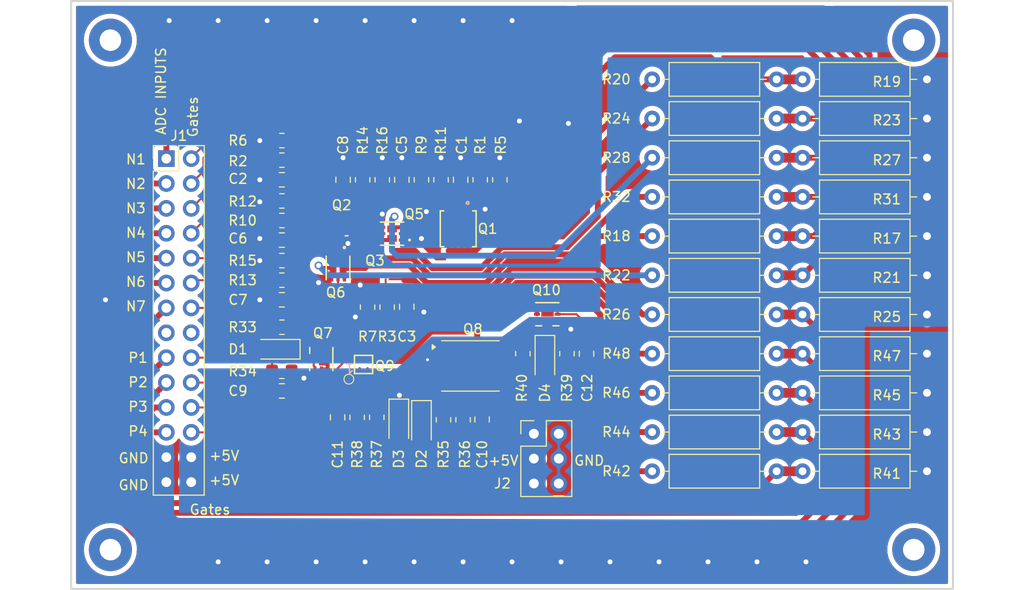
<source format=kicad_pcb>
(kicad_pcb (version 20240108) (generator "pcbnew") (generator_version "8.0")
  (layers (0 "F.Cu" signal) (31 "B.Cu" signal) (34 "B.Paste" user) (35 "F.Paste" user) (36 "B.SilkS" user "B.Silkscreen") (37 "F.SilkS" user "F.Silkscreen") (38 "B.Mask" user) (39 "F.Mask" user) (44 "Edge.Cuts" user))
  (net 0 "")
  (net 1 "GND")
  (net 2 "Net-(Q2-G)")
  (net 3 "Net-(Q3-G)")
  (net 5 "Net-(Q1-G)")
  (net 6 "Net-(Q5-G1)")
  (net 7 "Net-(Q5-G2)")
  (net 8 "Net-(Q6-G1)")
  (net 9 "Net-(Q6-G2)")
  (net 10 "P1_GATE")
  (net 11 "P1_LOAD")
  (net 12 "P3_GATE")
  (net 13 "P3_LOAD")
  (net 14 "P2_GATE")
  (net 15 "P2_LOAD")
  (net 16 "P4_GATE")
  (net 17 "P4_LOAD")
  (net 18 "+5V")
  (net 19 "Net-(J1-Pin_7)")
  (net 20 "N6_GATE")
  (net 21 "N1_GATE")
  (net 22 "N2_GATE")
  (net 23 "N4_GATE")
  (net 24 "Net-(J1-Pin_19)")
  (net 25 "Net-(J1-Pin_5)")
  (net 26 "Net-(J1-Pin_21)")
  (net 27 "Net-(J1-Pin_23)")
  (net 28 "Net-(J1-Pin_3)")
  (net 29 "N5_GATE")
  (net 30 "Net-(J1-Pin_13)")
  (net 32 "N7_GATE")
  (net 34 "N3_GATE")
  (net 35 "Net-(J1-Pin_9)")
  (net 36 "Net-(J1-Pin_1)")
  (net 37 "Net-(J1-Pin_11)")
  (net 38 "Net-(J1-Pin_17)")
  (net 39 "N5_LOAD")
  (net 40 "N1_LOAD")
  (net 41 "N6_LOAD")
  (net 42 "N2_LOAD")
  (net 43 "N7_LOAD")
  (net 44 "N3_LOAD")
  (net 45 "N4_LOAD")
  (net 46 "Net-(Q7-G)")
  (net 47 "Net-(Q8-G)")
  (net 48 "Net-(Q9-G)")
  (net 49 "Net-(Q10-G)")
  (footprint "Resistor_THT:R_Axial_DIN0309_L9.0mm_D3.2mm_P12.70mm_Horizontal" (layer "F.Cu") (at 137.25 100.75 180)
    (property "Reference" "R42")
    (property "Value" "10")
  )
  (footprint "Capacitor_SMD:C_0805_2012Metric_Pad1.18x1.45mm_HandSolder" (layer "F.Cu") (at 99.5 83.9625 -90)
    (property "Reference" "C3")
    (property "Value" "1000p")
  )
  (footprint "Connector_PinHeader_2.54mm:PinHeader_2x03_P2.54mm_Vertical" (layer "F.Cu") (at 112.475 96.92)
    (property "Reference" "J2")
    (property "Value" "Conn_02x03_Odd_Even")
  )
  (footprint "Capacitor_SMD:C_0805_2012Metric_Pad1.18x1.45mm_HandSolder" (layer "F.Cu") (at 99 71 90)
    (property "Reference" "C5")
    (property "Value" "1000p")
  )
  (footprint "1_User_Library:R_0805_2012Metric_HandSolder" (layer "F.Cu") (at 111.35 88.75 90)
    (property "Reference" "R40")
    (property "Value" "47" (hide yes))
  )
  (footprint "Capacitor_SMD:C_0805_2012Metric_Pad1.18x1.45mm_HandSolder" (layer "F.Cu") (at 86.75 77.1578 180)
    (property "Reference" "C6")
    (property "Value" "1000p")
  )
  (footprint "1_User_Library:R_0805_2012Metric_HandSolder" (layer "F.Cu") (at 86.75 81.25)
    (property "Reference" "R13")
    (property "Value" "47" (hide yes))
  )
  (footprint "Resistor_THT:R_Axial_DIN0309_L9.0mm_D3.2mm_P12.70mm_Horizontal" (layer "F.Cu") (at 139.9 92.75)
    (property "Reference" "R45")
    (property "Value" "10")
  )
  (footprint "1_User_Library:R_0805_2012Metric_HandSolder" (layer "F.Cu") (at 95 71 -90)
    (property "Reference" "R14")
    (property "Value" "47" (hide yes))
  )
  (footprint "Capacitor_SMD:C_0805_2012Metric_Pad1.18x1.45mm_HandSolder" (layer "F.Cu") (at 86.75 83.25 180)
    (property "Reference" "C7")
    (property "Value" "1000p")
  )
  (footprint "Capacitor_SMD:C_0805_2012Metric_Pad1.18x1.45mm_HandSolder" (layer "F.Cu") (at 92.44 95.25 -90)
    (property "Reference" "C11")
    (property "Value" "1000p")
  )
  (footprint "MountingHole:MountingHole_2.2mm_M2_Pad" (layer "F.Cu") (at 69.25 56.75)
    (property "Reference" "REF**" (hide yes))
    (property "Value" "MountingHole_2.2mm_M2_Pad")
  )
  (footprint "1_User_Library:R_0805_2012Metric_HandSolder" (layer "F.Cu") (at 86.75 69)
    (property "Reference" "R2")
    (property "Value" "47" (hide yes))
  )
  (footprint "Resistor_THT:R_Axial_DIN0309_L9.0mm_D3.2mm_P12.70mm_Horizontal" (layer "F.Cu") (at 152.6 72.75 180)
    (property "Reference" "R31")
    (property "Value" "10")
  )
  (footprint "1_User_Library:R_0805_2012Metric_HandSolder" (layer "F.Cu") (at 105.25 95.5 90)
    (property "Reference" "R36")
    (property "Value" "47" (hide yes))
  )
  (footprint "1_User_Library:R_0805_2012Metric_HandSolder" (layer "F.Cu") (at 86.75 75.1578)
    (property "Reference" "R10")
    (property "Value" "47" (hide yes))
  )
  (footprint "1_User_Library:R_0805_2012Metric_HandSolder" (layer "F.Cu") (at 96.44 95.25 -90)
    (property "Reference" "R37")
    (property "Value" "10K" (hide yes))
  )
  (footprint "Resistor_THT:R_Axial_DIN0309_L9.0mm_D3.2mm_P12.70mm_Horizontal" (layer "F.Cu") (at 137.25 88.75 180)
    (property "Reference" "R48")
    (property "Value" "10")
  )
  (footprint "Resistor_THT:R_Axial_DIN0309_L9.0mm_D3.2mm_P12.70mm_Horizontal" (layer "F.Cu") (at 139.9 100.75)
    (property "Reference" "R41")
    (property "Value" "10")
  )
  (footprint "1_User_Library:R_0805_2012Metric_HandSolder" (layer "F.Cu") (at 103.25 95.5 -90)
    (property "Reference" "R35")
    (property "Value" "10K" (hide yes))
  )
  (footprint "1_User_Library:PQFN6_IRLHS6376TRPBF_INF" (layer "F.Cu") (at 98 76.5 180)
    (property "Reference" "Q5")
    (property "Value" "IRLHS6376TRPBF")
  )
  (footprint "Resistor_THT:R_Axial_DIN0309_L9.0mm_D3.2mm_P12.70mm_Horizontal" (layer "F.Cu") (at 137.25 68.75 180)
    (property "Reference" "R28")
    (property "Value" "10")
  )
  (footprint "Capacitor_SMD:C_0805_2012Metric_Pad1.18x1.45mm_HandSolder" (layer "F.Cu") (at 93 71 90)
    (property "Reference" "C8")
    (property "Value" "1000p")
  )
  (footprint "Diode_SMD:D_SOD-123" (layer "F.Cu") (at 101 95.9 -90)
    (property "Reference" "D2")
    (property "Value" "MMSZ5238BT1G")
  )
  (footprint "Resistor_THT:R_Axial_DIN0309_L9.0mm_D3.2mm_P12.70mm_Horizontal" (layer "F.Cu") (at 152.6 80.75 180)
    (property "Reference" "R21")
    (property "Value" "10")
  )
  (footprint "1_User_Library:DQK6_TEX" (layer "F.Cu") (at 92.8516 75.5896)
    (property "Reference" "Q2")
    (property "Value" "CSD17318Q2T")
  )
  (footprint "Capacitor_SMD:C_0805_2012Metric_Pad1.18x1.45mm_HandSolder" (layer "F.Cu") (at 86.75 71 180)
    (property "Reference" "C2")
    (property "Value" "1000p")
  )
  (footprint "MountingHole:MountingHole_2.2mm_M2_Pad" (layer "F.Cu") (at 151.25 108.75)
    (property "Reference" "REF**" (hide yes))
    (property "Value" "MountingHole_2.2mm_M2_Pad")
  )
  (footprint "MountingHole:MountingHole_2.2mm_M2_Pad" (layer "F.Cu") (at 69.25 108.75)
    (property "Reference" "REF**" (hide yes))
    (property "Value" "MountingHole_2.2mm_M2_Pad")
  )
  (footprint "1_User_Library:PQFN6_2X2_INF" (layer "F.Cu") (at 113.846 84.723014)
    (property "Reference" "Q10")
    (property "Value" "SQA413CEJW-T1_GE3")
  )
  (footprint "1_User_Library:R_0805_2012Metric_HandSolder" (layer "F.Cu") (at 86.75 73.1578 180)
    (property "Reference" "R12")
    (property "Value" "10K" (hide yes))
  )
  (footprint "Resistor_THT:R_Axial_DIN0309_L9.0mm_D3.2mm_P12.70mm_Horizontal" (layer "F.Cu") (at 137.25 76.75 180)
    (property "Reference" "R18")
    (property "Value" "10")
  )
  (footprint "1_User_Library:MICROFOOT4_0P8X0P8-0P4_VIS" (layer "F.Cu") (at 97.55 80.95 90)
    (property "Reference" "Q3")
    (property "Value" "SI8812DB-T2-E1")
  )
  (footprint "1_User_Library:MICROFOOT4_1p6X1p6-0p8_VIS" (layer "F.Cu") (at 95.09 89.85 90)
    (property "Reference" "Q9")
    (property "Value" "SI8409DB-T1-E1")
  )
  (footprint "Resistor_THT:R_Axial_DIN0309_L9.0mm_D3.2mm_P12.70mm_Horizontal" (layer "F.Cu") (at 139.9 88.75)
    (property "Reference" "R47")
    (property "Value" "10")
  )
  (footprint "1_User_Library:R_0805_2012Metric_HandSolder" (layer "F.Cu") (at 97 71 90)
    (property "Reference" "R16")
    (property "Value" "10K" (hide yes))
  )
  (footprint "Resistor_THT:R_Axial_DIN0309_L9.0mm_D3.2mm_P12.70mm_Horizontal" (layer "F.Cu") (at 152.6 76.75 180)
    (property "Reference" "R17")
    (property "Value" "10")
  )
  (footprint "Resistor_THT:R_Axial_DIN0309_L9.0mm_D3.2mm_P12.70mm_Horizontal" (layer "F.Cu") (at 137.25 92.75 180)
    (property "Reference" "R46")
    (property "Value" "10")
  )
  (footprint "1_User_Library:R_0805_2012Metric_HandSolder" (layer "F.Cu") (at 86.75 90.55 180)
    (property "Reference" "R34")
    (property "Value" "10K" (hide yes))
  )
  (footprint "1_User_Library:R_0805_2012Metric_HandSolder" (layer "F.Cu") (at 101 71 -90)
    (property "Reference" "R9")
    (property "Value" "47" (hide yes))
  )
  (footprint "Resistor_THT:R_Axial_DIN0309_L9.0mm_D3.2mm_P12.70mm_Horizontal" (layer "F.Cu") (at 137.25 72.75 180)
    (property "Reference" "R32")
    (property "Value" "10")
  )
  (footprint "Resistor_THT:R_Axial_DIN0309_L9.0mm_D3.2mm_P12.70mm_Horizontal" (layer "F.Cu") (at 137.25 80.75 180)
    (property "Reference" "R22")
    (property "Value" "10")
  )
  (footprint "Resistor_THT:R_Axial_DIN0309_L9.0mm_D3.2mm_P12.70mm_Horizontal" (layer "F.Cu") (at 152.6 64.75 180)
    (property "Reference" "R23")
    (property "Value" "10")
  )
  (footprint "1_User_Library:R_0805_2012Metric_HandSolder" (layer "F.Cu") (at 86.75 86.05)
    (property "Reference" "R33")
    (property "Value" "47" (hide yes))
  )
  (footprint "1_User_Library:R_0805_2012Metric_HandSolder" (layer "F.Cu") (at 95.5 84 -90)
    (property "Reference" "R7")
    (property "Value" "10K" (hide yes))
  )
  (footprint "Capacitor_SMD:C_0805_2012Metric_Pad1.18x1.45mm_HandSolder" (layer "F.Cu") (at 107.19 95.47 -90)
    (property "Reference" "C10")
    (property "Value" "1000p")
  )
  (footprint "Diode_SMD:D_SOD-123" (layer "F.Cu") (at 113.6 89.25 -90)
    (property "Reference" "D4")
    (property "Value" "MMSZ5238BT1G")
  )
  (footprint "Resistor_THT:R_Axial_DIN0309_L9.0mm_D3.2mm_P12.70mm_Horizontal" (layer "F.Cu") (at 139.9 96.75)
    (property "Reference" "R43")
    (property "Value" "10")
  )
  (footprint "Diode_SMD:D_SOD-123" (layer "F.Cu") (at 98.69 95.75 -90)
    (property "Reference" "D3")
    (property "Value" "MMSZ5238BT1G")
  )
  (footprint "1_User_Library:R_0805_2012Metric_HandSolder" (layer "F.Cu") (at 103 71 90)
    (property "Reference" "R11")
    (property "Value" "10K" (hide yes))
  )
  (footprint "Resistor_THT:R_Axial_DIN0309_L9.0mm_D3.2mm_P12.70mm_Horizontal" (layer "F.Cu") (at 137.25 96.75 180)
    (property "Reference" "R44")
    (property "Value" "10")
  )
  (footprint "1_User_Library:PQFN6_2X2_INF" (layer "F.Cu") (at 90.776986 89.296 -90)
    (property "Reference" "Q7")
    (property "Value" "IRLHS2242TRPBF")
  )
  (footprint "Capacitor_SMD:C_0805_2012Metric_Pad1.18x1.45mm_HandSolder" (layer "F.Cu") (at 86.75 92.55 180)
    (property "Reference" "C9")
    (property "Value" "1000p")
  )
  (footprint "Capacitor_SMD:C_0805_2012Metric_Pad1.18x1.45mm_HandSolder" (layer "F.Cu") (at 117.85 88.75 -90)
    (property "Reference" "C12")
    (property "Value" "1000p")
  )
  (footprint "1_User_Library:R_0805_2012Metric_HandSolder" (layer "F.Cu") (at 94.44 95.25 90)
    (property "Reference" "R38")
    (property "Value" "47" (hide yes))
  )
  (footprint "Resistor_THT:R_Axial_DIN0309_L9.0mm_D3.2mm_P12.70mm_Horizontal" (layer "F.Cu") (at 152.6 68.75 180)
    (property "Reference" "R27")
    (property "Value" "10")
  )
  (footprint "Diode_SMD:D_SOD-123" (layer "F.Cu") (at 86.25 88.3 180)
    (property "Reference" "D1")
    (property "Value" "MMSZ5238BT1G")
  )
  (footprint "1_User_Library:R_0805_2012Metric_HandSolder" (layer "F.Cu") (at 86.75 79.25 180)
    (property "Reference" "R15")
    (property "Value" "10K" (hide yes))
  )
  (footprint "Resistor_THT:R_Axial_DIN0309_L9.0mm_D3.2mm_P12.70mm_Horizontal" (layer "F.Cu") (at 137.25 60.75 180)
    (property "Reference" "R20")
    (property "Value" "10")
  )
  (footprint "1_User_Library:R_0805_2012Metric_HandSolder" (layer "F.Cu") (at 107 71 -90)
    (property "Reference" "R1")
    (property "Value" "47" (hide yes))
  )
  (footprint "1_User_Library:R_0805_2012Metric_HandSolder" (layer "F.Cu") (at 115.85 88.75 -90)
    (property "Reference" "R39")
    (property "Value" "10K" (hide yes))
  )
  (footprint "1_User_Library:R_0805_2012Metric_HandSolder" (layer "F.Cu") (at 109 71 90)
    (property "Reference" "R5")
    (property "Value" "10K" (hide yes))
  )
  (footprint "Resistor_THT:R_Axial_DIN0309_L9.0mm_D3.2mm_P12.70mm_Horizontal" (layer "F.Cu") (at 137.25 64.75 180)
    (property "Reference" "R24")
    (property "Value" "10")
  )
  (footprint "Connector_PinHeader_2.54mm:PinHeader_2x14_P2.54mm_Vertical" (layer "F.Cu") (at 74.96 68.84)
    (property "Reference" "J1")
    (property "Value" "Conn_02x14_Odd_Even")
  )
  (footprint "Resistor_THT:R_Axial_DIN0309_L9.0mm_D3.2mm_P12.70mm_Horizontal" (layer "F.Cu") (at 137.25 84.75 180)
    (property "Reference" "R26")
    (property "Value" "10")
  )
  (footprint "Resistor_THT:R_Axial_DIN0309_L9.0mm_D3.2mm_P12.70mm_Horizontal" (layer "F.Cu") (at 152.6 84.75 180)
    (property "Reference" "R25")
    (property "Value" "10")
  )
  (footprint "1_User_Library:R_0805_2012Metric_HandSolder" (layer "F.Cu") (at 97.5 84 90)
    (property "Reference" "R3")
    (property "Value" "47" (hide yes))
  )
  (footprint "Capacitor_SMD:C_0805_2012Metric_Pad1.18x1.45mm_HandSolder" (layer "F.Cu") (at 105 71 90)
    (property "Reference" "C1")
    (property "Value" "1000p")
  )
  (footprint "Resistor_THT:R_Axial_DIN0309_L9.0mm_D3.2mm_P12.70mm_Horizontal" (layer "F.Cu") (at 152.6 60.75 180)
    (property "Reference" "R19")
    (property "Value" "10")
  )
  (footprint "1_User_Library:SON_EDJ-T1-GE3_VIS" (layer "F.Cu") (at 92.484 80 -90)
    (property "Reference" "Q6")
    (property "Value" "SIA918EDJ-T1-GE3")
  )
  (footprint "1_User_Library:PG-TSDSON-8-32_INF" (layer "F.Cu") (at 104.75 76 -90)
    (property "Reference" "Q1")
    (property "Value" "IPZ40N04S5L7R4ATMA1")
  )
  (footprint "Package_SO:PowerPAK_SO-8_Single" (layer "F.Cu") (at 106 90)
    (property "Reference" "Q8")
    (property "Value" "SI7489DP-T1-GE3")
  )
  (footprint "MountingHole:MountingHole_2.2mm_M2_Pad" (layer "F.Cu") (at 151.25 56.75)
    (property "Reference" "REF**" (hide yes))
    (property "Value" "MountingHole_2.2mm_M2_Pad")
  )
  (footprint "1_User_Library:R_0805_2012Metric_HandSolder" (layer "F.Cu") (at 86.75 67 180)
    (property "Reference" "R6")
    (property "Value" "10K" (hide yes))
  )
  (gr_rect (start 65.25 52.75) (end 155.25 112.75) (stroke (width 0.2)) (fill none) (layer "Edge.Cuts"))
  (gr_text "N2" (at 70.75 72 0) (layer "F.SilkS") (effects (font (size 1 1)) (justify left bottom)))
  (gr_text "N6" (at 70.75 82 0) (layer "F.SilkS") (effects (font (size 1 1)) (justify left bottom)))
  (gr_text "GND" (at 70 102.75 0) (layer "F.SilkS") (effects (font (size 1 1)) (justify left bottom)))
  (gr_text "+5V" (at 79.25 102.25 0) (layer "F.SilkS") (effects (font (size 1 1)) (justify left bottom)))
  (gr_text "P1" (at 71 89.75 0) (layer "F.SilkS") (effects (font (size 1 1)) (justify left bottom)))
  (gr_text "N3" (at 70.75 74.5 0) (layer "F.SilkS") (effects (font (size 1 1)) (justify left bottom)))
  (gr_text "N7" (at 70.75 84.5 0) (layer "F.SilkS") (effects (font (size 1 1)) (justify left bottom)))
  (gr_text "+5V" (at 107.75 100.25 0) (layer "F.SilkS") (effects (font (size 1 1)) (justify left bottom)))
  (gr_text "P4" (at 71 97.25 0) (layer "F.SilkS") (effects (font (size 1 1)) (justify left bottom)))
  (gr_text "GND" (at 70 100 0) (layer "F.SilkS") (effects (font (size 1 1)) (justify left bottom)))
  (gr_text "P2" (at 71 92.25 0) (layer "F.SilkS") (effects (font (size 1 1)) (justify left bottom)))
  (gr_text "GND" (at 116.5 100.25 0) (layer "F.SilkS") (effects (font (size 1 1)) (justify left bottom)))
  (gr_text "Gates" (at 78.25 66.75 90) (layer "F.SilkS") (effects (font (size 1 1)) (justify left bottom)))
  (gr_text "N4" (at 70.75 77 0) (layer "F.SilkS") (effects (font (size 1 1)) (justify left bottom)))
  (gr_text "Gates" (at 77.25 105.25 0) (layer "F.SilkS") (effects (font (size 1 1)) (justify left bottom)))
  (gr_text "N1" (at 70.75 69.5 0) (layer "F.SilkS") (effects (font (size 1 1)) (justify left bottom)))
  (gr_text "ADC INPUTS" (at 75 66.5 90) (layer "F.SilkS") (effects (font (size 1 1)) (justify left bottom)))
  (gr_text "P3" (at 71 94.75 0) (layer "F.SilkS") (effects (font (size 1 1)) (justify left bottom)))
  (gr_text "N5" (at 70.75 79.5 0) (layer "F.SilkS") (effects (font (size 1 1)) (justify left bottom)))
  (gr_text "+5V" (at 79.25 99.75 0) (layer "F.SilkS") (effects (font (size 1 1)) (justify left bottom)))
  (segment (start 103 70) (end 103 68.75) (width 0.6) (layer "F.Cu") (net 1))
  (segment (start 85.75 73.1578) (end 84.5922 73.1578) (width 0.6) (layer "F.Cu") (net 1))
  (segment (start 109 70) (end 109 68.75) (width 0.6) (layer "F.Cu") (net 1))
  (segment (start 105 69.9625) (end 105 68.75) (width 0.6) (layer "F.Cu") (net 1))
  (segment (start 107.5 74) (end 107.225002 74.274998) (width 0.2) (layer "F.Cu") (net 1))
  (segment (start 85.75 79.25) (end 84.5 79.25) (width 0.6) (layer "F.Cu") (net 1))
  (segment (start 100.850001 77.149999) (end 101 77) (width 0.2) (layer "F.Cu") (net 1))
  (segment (start 85.7125 77.1578) (end 84.6578 77.1578) (width 0.6) (layer "F.Cu") (net 1))
  (segment (start 99.5 85) (end 100.75 85) (width 0.6) (layer "F.Cu") (net 1))
  (segment (start 93 69.9625) (end 93 68.75) (width 0.6) (layer "F.Cu") (net 1))
  (segment (start 97 70) (end 97 68.75) (width 0.6) (layer "F.Cu") (net 1))
  (segment (start 107.225002 74.274998) (end 104.424999 74.274998) (width 0.2) (layer "F.Cu") (net 1))
  (segment (start 95.5 85) (end 94.25 85) (width 0.6) (layer "F.Cu") (net 1))
  (segment (start 85.7125 83.25) (end 84.5 83.25) (width 0.6) (layer "F.Cu") (net 1))
  (segment (start 99 69.9625) (end 99 68.75) (width 0.6) (layer "F.Cu") (net 1))
  (segment (start 84.6578 77.1578) (end 84.5 77) (width 0.6) (layer "F.Cu") (net 1))
  (segment (start 100.75 85) (end 101.25 84.5) (width 0.6) (layer "F.Cu") (net 1))
  (segment (start 85.75 67) (end 84.5 67) (width 0.6) (layer "F.Cu") (net 1))
  (segment (start 99.0287 77.149999) (end 100.850001 77.149999) (width 0.2) (layer "F.Cu") (net 1))
  (segment (start 85.7125 71) (end 84.5 71) (width 0.6) (layer "F.Cu") (net 1))
  (segment (start 97.75 80.75) (end 97.35 80.75) (width 0.2) (layer "F.Cu") (net 1))
  (segment (start 84.5 73.25) (end 84.5922 73.1578) (width 0.6) (layer "F.Cu") (net 1))
  (segment (start 95.75 80.75) (end 94.75 81.75) (width 0.2) (layer "F.Cu") (net 1))
  (segment (start 97.35 80.75) (end 95.75 80.75) (width 0.2) (layer "F.Cu") (net 1))
  (via (at 115.25 110) (size 0.8) (drill 0.5) (layers "F.Cu" "B.Cu") (net 1))
  (via (at 68.75 83.25) (size 0.8) (drill 0.5) (layers "F.Cu" "B.Cu") (net 1))
  (via (at 84.5 77) (size 0.8) (drill 0.5) (layers "F.Cu" "B.Cu") (net 1))
  (via (at 116 65.25) (size 0.8) (drill 0.5) (layers "F.Cu" "B.Cu") (net 1))
  (via (at 103 68.75) (size 0.8) (drill 0.5) (layers "F.Cu" "B.Cu") (net 1))
  (via (at 109 68.75) (size 0.8) (drill 0.5) (layers "F.Cu" "B.Cu") (net 1))
  (via (at 93.5 77.5) (size 0.8) (drill 0.5) (layers "F.Cu" "B.Cu") (net 1))
  (via (at 101.5 74.25) (size 0.8) (drill 0.5) (layers "F.Cu" "B.Cu") (net 1))
  (via (at 84.5 67) (size 0.8) (drill 0.5) (layers "F.Cu" "B.Cu") (net 1))
  (via (at 90.5 81.5) (size 0.8) (drill 0.5) (layers "F.Cu" "B.Cu") (net 1))
  (via (at 80.25 54.75) (size 0.8) (drill 0.5) (layers "F.Cu" "B.Cu") (net 1))
  (via (at 105 68.75) (size 0.8) (drill 0.5) (layers "F.Cu" "B.Cu") (net 1))
  (via (at 90.25 54.75) (size 0.8) (drill 0.5) (layers "F.Cu" "B.Cu") (net 1))
  (via (at 75.25 54.75) (size 0.8) (drill 0.5) (layers "F.Cu" "B.Cu") (net 1))
  (via (at 107.5 74) (size 0.8) (drill 0.5) (layers "F.Cu" "B.Cu") (net 1))
  (via (at 84.5 73.25) (size 0.8) (drill 0.5) (layers "F.Cu" "B.Cu") (net 1))
  (via (at 84.5 79.25) (size 0.8) (drill 0.5) (layers "F.Cu" "B.Cu") (net 1))
  (via (at 97 74.5) (size 0.8) (drill 0.5) (layers "F.Cu" "B.Cu") (net 1))
  (via (at 84.5 71) (size 0.8) (drill 0.5) (layers "F.Cu" "B.Cu") (net 1))
  (via (at 99 68.75) (size 0.8) (drill 0.5) (layers "F.Cu" "B.Cu") (net 1))
  (via (at 85.25 54.75) (size 0.8) (drill 0.5) (layers "F.Cu" "B.Cu") (net 1))
  (via (at 105.25 110) (size 0.8) (drill 0.5) (layers "F.Cu" "B.Cu") (net 1))
  (via (at 111 65) (size 0.8) (drill 0.5) (layers "F.Cu" "B.Cu") (net 1))
  (via (at 125.25 110) (size 0.8) (drill 0.5) (layers "F.Cu" "B.Cu") (net 1))
  (via (at 84.5 83.25) (size 0.8) (drill 0.5) (layers "F.Cu" "B.Cu") (net 1))
  (via (at 130.25 110) (size 0.8) (drill 0.5) (layers "F.Cu" "B.Cu") (net 1))
  (via (at 100.25 110) (size 0.8) (drill 0.5) (layers "F.Cu" "B.Cu") (net 1))
  (via (at 90.25 110) (size 0.8) (drill 0.5) (layers "F.Cu" "B.Cu") (net 1))
  (via (at 80.25 110) (size 0.8) (drill 0.5) (layers "F.Cu" "B.Cu") (net 1))
  (via (at 94.75 81.75) (size 0.8) (drill 0.5) (layers "F.Cu" "B.Cu") (net 1))
  (via (at 97 68.75) (size 0.8) (drill 0.5) (layers "F.Cu" "B.Cu") (net 1))
  (via (at 101.25 84.5) (size 0.8) (drill 0.5) (layers "F.Cu" "B.Cu") (net 1))
  (via (at 93 68.75) (size 0.8) (drill 0.5) (layers "F.Cu" "B.Cu") (net 1))
  (via (at 110.25 54.75) (size 0.8) (drill 0.5) (layers "F.Cu" "B.Cu") (net 1))
  (via (at 135.25 110) (size 0.8) (drill 0.5) (layers "F.Cu" "B.Cu") (net 1))
  (via (at 94.25 85) (size 0.8) (drill 0.5) (layers "F.Cu" "B.Cu") (net 1))
  (via (at 95.25 54.75) (size 0.8) (drill 0.5) (layers "F.Cu" "B.Cu") (net 1))
  (via (at 105.25 54.75) (size 0.8) (drill 0.5) (layers "F.Cu" "B.Cu") (net 1))
  (via (at 85.25 110) (size 0.8) (drill 0.5) (layers "F.Cu" "B.Cu") (net 1))
  (via (at 100.25 54.75) (size 0.8) (drill 0.5) (layers "F.Cu" "B.Cu") (net 1))
  (via (at 140.25 110) (size 0.8) (drill 0.5) (layers "F.Cu" "B.Cu") (net 1))
  (via (at 95.25 110) (size 0.8) (drill 0.5) (layers "F.Cu" "B.Cu") (net 1))
  (via (at 120.25 110) (size 0.8) (drill 0.5) (layers "F.Cu" "B.Cu") (net 1))
  (via (at 110.25 110) (size 0.8) (drill 0.5) (layers "F.Cu" "B.Cu") (net 1))
  (via (at 101 77) (size 0.8) (drill 0.5) (layers "F.Cu" "B.Cu") (net 1))
  (segment (start 90 71) (end 87.7875 71) (width 0.2) (layer "F.Cu") (net 2))
  (segment (start 87.7875 67.0375) (end 87.75 67) (width 0.2) (layer "F.Cu") (net 2))
  (segment (start 87.7875 71) (end 87.7875 67.0375) (width 0.2) (layer "F.Cu") (net 2))
  (segment (start 90.75 71.75) (end 90 71) (width 0.2) (layer "F.Cu") (net 2))
  (segment (start 90.989599 76.239599) (end 90.75 76) (width 0.2) (layer "F.Cu") (net 2))
  (segment (start 91.8483 76.239599) (end 90.989599 76.239599) (width 0.2) (layer "F.Cu") (net 2))
  (segment (start 90.75 76) (end 90.75 71.75) (width 0.2) (layer "F.Cu") (net 2))
  (segment (start 95.5 83) (end 99.425 83) (width 0.2) (layer "F.Cu") (net 3))
  (segment (start 99.425 83) (end 99.5 82.925) (width 0.2) (layer "F.Cu") (net 3))
  (segment (start 97.35 81.15) (end 97.35 82.85) (width 0.2) (layer "F.Cu") (net 3))
  (segment (start 97.35 82.85) (end 97.5 83) (width 0.2) (layer "F.Cu") (net 3))
  (segment (start 105 72.0375) (end 105 73) (width 0.2) (layer "F.Cu") (net 5))
  (segment (start 103.775002 73.474998) (end 104 73.25) (width 0.2) (layer "F.Cu") (net 5))
  (segment (start 107 72) (end 109 72) (width 0.2) (layer "F.Cu") (net 5))
  (segment (start 103.775001 73.474998) (end 103.775001 74.474998) (width 0.2) (layer "F.Cu") (net 5))
  (segment (start 105 72.0375) (end 106.9625 72.0375) (width 0.2) (layer "F.Cu") (net 5))
  (segment (start 103.775001 73.474998) (end 103.775002 73.474998) (width 0.2) (layer "F.Cu") (net 5))
  (segment (start 104 73.25) (end 104.75 73.25) (width 0.2) (layer "F.Cu") (net 5))
  (segment (start 104.75 73.25) (end 105 73) (width 0.2) (layer "F.Cu") (net 5))
  (segment (start 106.9625 72.0375) (end 107 72) (width 0.2) (layer "F.Cu") (net 5))
  (segment (start 99.75 76.5) (end 100 76.25) (width 0.2) (layer "F.Cu") (net 6))
  (segment (start 100 76.25) (end 100 74.5) (width 0.2) (layer "F.Cu") (net 6))
  (segment (start 102.9625 72.0375) (end 103 72) (width 0.2) (layer "F.Cu") (net 6))
  (segment (start 100 74.5) (end 99 73.5) (width 0.2) (layer "F.Cu") (net 6))
  (segment (start 99 72.0375) (end 102.9625 72.0375) (width 0.2) (layer "F.Cu") (net 6))
  (segment (start 99 73.5) (end 99 72.0375) (width 0.2) (layer "F.Cu") (net 6))
  (segment (start 99.0287 76.5) (end 99.75 76.5) (width 0.2) (layer "F.Cu") (net 6))
  (segment (start 97 73.5) (end 97 72) (width 0.2) (layer "F.Cu") (net 7))
  (segment (start 96 76.25) (end 96 74.5) (width 0.2) (layer "F.Cu") (net 7))
  (segment (start 96.9713 76.5) (end 96.25 76.5) (width 0.2) (layer "F.Cu") (net 7))
  (segment (start 96.25 76.5) (end 96 76.25) (width 0.2) (layer "F.Cu") (net 7))
  (segment (start 93.0375 72) (end 93 72.0375) (width 0.2) (layer "F.Cu") (net 7))
  (segment (start 97 72) (end 93.0375 72) (width 0.2) (layer "F.Cu") (net 7))
  (segment (start 96 74.5) (end 97 73.5) (width 0.2) (layer "F.Cu") (net 7))
  (segment (start 87.7875 77.1578) (end 87.7875 73.1953) (width 0.2) (layer "F.Cu") (net 8))
  (segment (start 92 77.75) (end 92.484 78.234) (width 0.2) (layer "F.Cu") (net 8))
  (segment (start 90.75 77.75) (end 92 77.75) (width 0.2) (layer "F.Cu") (net 8))
  (segment (start 87.7875 73.1953) (end 87.75 73.1578) (width 0.2) (layer "F.Cu") (net 8))
  (segment (start 92.484 78.234) (end 92.484 78.9078) (width 0.2) (layer "F.Cu") (net 8))
  (segment (start 87.7875 77.1578) (end 90.1578 77.1578) (width 0.2) (layer "F.Cu") (net 8))
  (segment (start 90.1578 77.1578) (end 90.75 77.75) (width 0.2) (layer "F.Cu") (net 8))
  (segment (start 87.7875 83.25) (end 87.7875 81.2875) (width 0.2) (layer "F.Cu") (net 9))
  (segment (start 92.5 82) (end 92.25 82.25) (width 0.2) (layer "F.Cu") (net 9))
  (segment (start 90 82.25) (end 89 81.25) (width 0.2) (layer "F.Cu") (net 9))
  (segment (start 89 81.25) (end 87.75 81.25) (width 0.2) (layer "F.Cu") (net 9))
  (segment (start 92.484 81.0922) (end 92.484 81.984) (width 0.2) (layer "F.Cu") (net 9))
  (segment (start 87.7875 81.2875) (end 87.75 81.25) (width 0.2) (layer "F.Cu") (net 9))
  (segment (start 92.484 81.984) (end 92.5 82) (width 0.2) (layer "F.Cu") (net 9))
  (segment (start 87.75 79.25) (end 87.75 81.25) (width 0.2) (layer "F.Cu") (net 9))
  (segment (start 92.25 82.25) (end 90 82.25) (width 0.2) (layer "F.Cu") (net 9))
  (segment (start 84.6 88.3) (end 80.2 88.3) (width 0.2) (layer "F.Cu") (net 10))
  (segment (start 79.25 89.25) (end 79.16 89.16) (width 0.2) (layer "F.Cu") (net 10))
  (segment (start 85.75 87.15) (end 84.6 88.3) (width 0.2) (layer "F.Cu") (net 10))
  (segment (start 85.75 86.05) (end 85.75 87.15) (width 0.2) (layer "F.Cu") (net 10))
  (segment (start 85.7125 92.55) (end 85.7125 90.5875) (width 0.2) (layer "F.Cu") (net 10))
  (segment (start 85.75 90.55) (end 85.75 89.23936) (width 0.2) (layer "F.Cu") (net 10))
  (segment (start 85.7125 90.5875) (end 85.75 90.55) (width 0.2) (layer "F.Cu") (net 10))
  (segment (start 84.81064 88.3) (end 84.6 88.3) (width 0.2) (layer "F.Cu") (net 10))
  (segment (start 79.16 89.16) (end 77.5 89.16) (width 0.2) (layer "F.Cu") (net 10))
  (segment (start 80.2 88.3) (end 79.25 89.25) (width 0.2) (layer "F.Cu") (net 10))
  (segment (start 85.75 89.23936) (end 84.81064 88.3) (width 0.2) (layer "F.Cu") (net 10))
  (segment (start 122.5 88.25) (end 122.5 84.693732) (width 0.6) (layer "F.Cu") (net 11))
  (segment (start 93.25 88.25) (end 93.2419 88.2419) (width 0.6) (layer "F.Cu") (net 11))
  (segment (start 87.7875 92.55) (end 90.344804 92.55) (width 0.2) (layer "F.Cu") (net 11))
  (segment (start 110.397732 80.796) (end 105.443732 85.75) (width 0.6) (layer "F.Cu") (net 11))
  (segment (start 105.443732 85.75) (end 101.5 85.75) (width 0.6) (layer "F.Cu") (net 11))
  (segment (start 91.426972 90.3501) (end 90.776986 90.3501) (width 0.4) (layer "F.Cu") (net 11))
  (segment (start 118.602268 80.796) (end 110.397732 80.796) (width 0.6) (layer "F.Cu") (net 11))
  (segment (start 90.776986 91.516346) (end 90.776986 90.3501) (width 0.2) (layer "F.Cu") (net 11))
  (segment (start 98.5 88.25) (end 93.25 88.25) (width 0.6) (layer "F.Cu") (net 11))
  (segment (start 91.426972 90.3501) (end 91.426972 89.666332) (width 0.4) (layer "F.Cu") (net 11))
  (segment (start 122.5 84.693732) (end 118.602268 80.796) (width 0.6) (layer "F.Cu") (net 11))
  (segment (start 91.426972 89.666332) (end 91.077722 89.317082) (width 0.4) (layer "F.Cu") (net 11))
  (segment (start 91.426972 88.2419) (end 91.426972 88.967832) (width 0.4) (layer "F.Cu") (net 11))
  (segment (start 90.776986 88.2419) (end 91.426972 88.2419) (width 0.4) (layer "F.Cu") (net 11))
  (segment (start 90.827722 92.067082) (end 90.827722 91.567082) (width 0.2) (layer "F.Cu") (net 11))
  (segment (start 91.426972 88.967832) (end 91.077722 89.317082) (width 0.4) (layer "F.Cu") (net 11))
  (segment (start 93.2419 88.2419) (end 91.426972 88.2419) (width 0.6) (layer "F.Cu") (net 11))
  (segment (start 90.827722 91.567082) (end 90.776986 91.516346) (width 0.2) (layer "F.Cu") (net 11))
  (segment (start 101 86.25) (end 100.5 86.25) (width 0.6) (layer "F.Cu") (net 11))
  (segment (start 90.344804 92.55) (end 90.827722 92.067082) (width 0.2) (layer "F.Cu") (net 11))
  (segment (start 124.55 88.75) (end 123 88.75) (width 0.6) (layer "F.Cu") (net 11))
  (segment (start 100.5 86.25) (end 98.5 88.25) (width 0.6) (layer "F.Cu") (net 11))
  (segment (start 101.5 85.75) (end 101 86.25) (width 0.6) (layer "F.Cu") (net 11))
  (segment (start 123 88.75) (end 122.5 88.25) (width 0.6) (layer "F.Cu") (net 11))
  (segment (start 101 97.55) (end 101 98.75) (width 0.2) (layer "F.Cu") (net 12))
  (segment (start 81.49 94.24) (end 77.5 94.24) (width 0.2) (layer "F.Cu") (net 12))
  (segment (start 101 98.75) (end 100.75 99) (width 0.2) (layer "F.Cu") (net 12))
  (segment (start 105.2575 96.5075) (end 105.25 96.5) (width 0.2) (layer "F.Cu") (net 12))
  (segment (start 94.25 98) (end 85.25 98) (width 0.2) (layer "F.Cu") (net 12))
  (segment (start 105.25 96.5) (end 103.25 96.5) (width 0.2) (layer "F.Cu") (net 12))
  (segment (start 95.25 99) (end 94.25 98) (width 0.2) (layer "F.Cu") (net 12))
  (segment (start 102.05 96.5) (end 101 97.55) (width 0.2) (layer "F.Cu") (net 12))
  (segment (start 103.25 96.5) (end 102.05 96.5) (width 0.2) (layer "F.Cu") (net 12))
  (segment (start 100.75 99) (end 95.25 99) (width 0.2) (layer "F.Cu") (net 12))
  (segment (start 85.25 98) (end 81.49 94.24) (width 0.2) (layer "F.Cu") (net 12))
  (segment (start 107.19 96.5075) (end 105.2575 96.5075) (width 0.2) (layer "F.Cu") (net 12))
  (segment (start 108.75 94) (end 108.795 93.955) (width 0.2) (layer "F.Cu") (net 13))
  (segment (start 107.19 94.4325) (end 108.5675 94.4325) (width 0.2) (layer "F.Cu") (net 13))
  (segment (start 108.795 93.955) (end 108.795 91.905) (width 0.2) (layer "F.Cu") (net 13))
  (segment (start 106.69 90) (end 106.69 86.56) (width 0.6) (layer "F.Cu") (net 13))
  (segment (start 120 84.25) (end 120 95.25) (width 0.6) (layer "F.Cu") (net 13))
  (segment (start 106.69 86.56) (end 111 82.25) (width 0.6) (layer "F.Cu") (net 13))
  (segment (start 121.5 96.75) (end 124.55 96.75) (width 0.6) (layer "F.Cu") (net 13))
  (segment (start 120 95.25) (end 121.5 96.75) (width 0.6) (layer "F.Cu") (net 13))
  (segment (start 108.75 94.25) (end 108.75 94) (width 0.2) (layer "F.Cu") (net 13))
  (segment (start 118 82.25) (end 120 84.25) (width 0.6) (layer "F.Cu") (net 13))
  (segment (start 108.5675 94.4325) (end 108.75 94.25) (width 0.2) (layer "F.Cu") (net 13))
  (segment (start 111 82.25) (end 118 82.25) (width 0.6) (layer "F.Cu") (net 13))
  (segment (start 98.69 97.4) (end 97.59 97.4) (width 0.2) (layer "F.Cu") (net 14))
  (segment (start 96.44 96.25) (end 94.44 96.25) (width 0.2) (layer "F.Cu") (net 14))
  (segment (start 94.44 96.25) (end 92.4775 96.25) (width 0.2) (layer "F.Cu") (net 14))
  (segment (start 85.5375 96.2875) (end 80.95 91.7) (width 0.2) (layer "F.Cu") (net 14))
  (segment (start 80.95 91.7) (end 77.5 91.7) (width 0.2) (layer "F.Cu") (net 14))
  (segment (start 92.44 96.2875) (end 85.5375 96.2875) (width 0.2) (layer "F.Cu") (net 14))
  (segment (start 92.4775 96.25) (end 92.44 96.2875) (width 0.2) (layer "F.Cu") (net 14))
  (segment (start 97.59 97.4) (end 96.44 96.25) (width 0.2) (layer "F.Cu") (net 14))
  (segment (start 120.75 83.971866) (end 118.301134 81.523) (width 0.6) (layer "F.Cu") (net 15))
  (segment (start 102 86.5) (end 99 89.5) (width 0.6) (layer "F.Cu") (net 15))
  (segment (start 120.75 91.25) (end 120.75 83.971866) (width 0.6) (layer "F.Cu") (net 15))
  (segment (start 93.49 89.45) (end 94.69 89.45) (width 0.2) (layer "F.Cu") (net 15))
  (segment (start 92.44 90.25) (end 93.19 89.5) (width 0.2) (layer "F.Cu") (net 15))
  (segment (start 99 89.5) (end 96.25 89.5) (width 0.6) (layer "F.Cu") (net 15))
  (segment (start 105.721866 86.5) (end 102 86.5) (width 0.6) (layer "F.Cu") (net 15))
  (segment (start 96.2 89.45) (end 95.49 89.45) (width 0.6) (layer "F.Cu") (net 15))
  (segment (start 124.55 92.75) (end 122.25 92.75) (width 0.6) (layer "F.Cu") (net 15))
  (segment (start 93.44 89.5) (end 93.49 89.45) (width 0.2) (layer "F.Cu") (net 15))
  (segment (start 118.301134 81.523) (end 110.698866 81.523) (width 0.6) (layer "F.Cu") (net 15))
  (segment (start 122.25 92.75) (end 120.75 91.25) (width 0.6) (layer "F.Cu") (net 15))
  (segment (start 93.19 89.5) (end 93.44 89.5) (width 0.2) (layer "F.Cu") (net 15))
  (segment (start 92.44 94.2125) (end 92.44 90.25) (width 0.2) (layer "F.Cu") (net 15))
  (segment (start 96.25 89.5) (end 96.2 89.45) (width 0.6) (layer "F.Cu") (net 15))
  (segment (start 110.698866 81.523) (end 105.721866 86.5) (width 0.6) (layer "F.Cu") (net 15))
  (segment (start 95.49 89.45) (end 94.69 89.45) (width 0.2) (layer "F.Cu") (net 15))
  (segment (start 117.85 89.7875) (end 115.8875 89.7875) (width 0.2) (layer "F.Cu") (net 16))
  (segment (start 94.5 100.5) (end 106 100.5) (width 0.2) (layer "F.Cu") (net 16))
  (segment (start 106 100.5) (end 113.6 92.9) (width 0.2) (layer "F.Cu") (net 16))
  (segment (start 77.5 96.78) (end 81.78 96.78) (width 0.2) (layer "F.Cu") (net 16))
  (segment (start 112.45 89.75) (end 113.6 90.9) (width 0.2) (layer "F.Cu") (net 16))
  (segment (start 115.8875 89.7875) (end 115.85 89.75) (width 0.2) (layer "F.Cu") (net 16))
  (segment (start 81.78 96.78) (end 84.5 99.5) (width 0.2) (layer "F.Cu") (net 16))
  (segment (start 93.5 99.5) (end 94.5 100.5) (width 0.2) (layer "F.Cu") (net 16))
  (segment (start 113.6 92.9) (end 113.6 90.9) (width 0.2) (layer "F.Cu") (net 16))
  (segment (start 84.5 99.5) (end 93.5 99.5) (width 0.2) (layer "F.Cu") (net 16))
  (segment (start 111.35 89.75) (end 112.45 89.75) (width 0.2) (layer "F.Cu") (net 16))
  (segment (start 115.85 89.75) (end 114.75 89.75) (width 0.2) (layer "F.Cu") (net 16))
  (segment (start 114.75 89.75) (end 113.6 90.9) (width 0.2) (layer "F.Cu") (net 16))
  (segment (start 116.823014 84.723014) (end 114.9001 84.723014) (width 0.2) (layer "F.Cu") (net 17))
  (segment (start 121.25 100.75) (end 119.25 98.75) (width 0.6) (layer "F.Cu") (net 17))
  (segment (start 112.7919 84.073028) (end 112.7919 83.4581) (width 0.4) (layer "F.Cu") (net 17))
  (segment (start 117.85 87.7125) (end 117.85 85.75) (width 0.2) (layer "F.Cu") (net 17))
  (segment (start 124.55 100.75) (end 121.25 100.75) (width 0.6) (layer "F.Cu") (net 17))
  (segment (start 119.25 84.75) (end 118.573028 84.073028) (width 0.6) (layer "F.Cu") (net 17))
  (segment (start 112.7919 83.4581) (end 113 83.25) (width 0.4) (layer "F.Cu") (net 17))
  (segment (start 114.75 83.25) (end 114.902082 83.402082) (width 0.4) (layer "F.Cu") (net 17))
  (segment (start 113 83.25) (end 114.75 83.25) (width 0.4) (layer "F.Cu") (net 17))
  (segment (start 114.902082 84.073028) (end 118.573028 84.073028) (width 0.4) (layer "F.Cu") (net 17))
  (segment (start 119.25 98.75) (end 119.25 84.75) (width 0.6) (layer "F.Cu") (net 17))
  (segment (start 112.7919 84.723014) (end 112.7919 84.073028) (width 0.4) (layer "F.Cu") (net 17))
  (segment (start 114.902082 83.402082) (end 114.902082 84.073028) (width 0.4) (layer "F.Cu") (net 17))
  (segment (start 117.85 85.75) (end 116.823014 84.723014) (width 0.2) (layer "F.Cu") (net 17))
  (segment (start 114.9001 84.723014) (end 114.9001 84.073028) (width 0.2) (layer "F.Cu") (net 17))
  (segment (start 90.127 90.3501) (end 90.127 90.11636) (width 0.2) (layer "F.Cu") (net 18))
  (segment (start 98.75 93) (end 98.69 93.06) (width 0.6) (layer "F.Cu") (net 18))
  (segment (start 116.25 86.25) (end 115.375414 85.375414) (width 0.6) (layer "F.Cu") (net 18))
  (segment (start 114.9001 85.373) (end 114.727 85.373) (width 0.2) (layer "F.Cu") (net 18))
  (segment (start 115.85 86.65) (end 116.25 86.25) (width 0.6) (layer "F.Cu") (net 18))
  (segment (start 96.59 94.1) (end 96.59 91.35) (width 0.2) (layer "F.Cu") (net 18))
  (segment (start 89.094804 89.3) (end 90 89.3) (width 0.2) (layer "F.Cu") (net 18))
  (segment (start 87.75 88.45) (end 87.9 88.3) (width 0.2) (layer "F.Cu") (net 18))
  (segment (start 98.69 94.1) (end 98.69 93.06) (width 0.6) (layer "F.Cu") (net 18))
  (segment (start 115.85 87.75) (end 113.75 87.75) (width 0.6) (layer "F.Cu") (net 18))
  (segment (start 103 94.25) (end 103.25 94.5) (width 0.6) (layer "F.Cu") (net 18))
  (segment (start 101 94.25) (end 103 94.25) (width 0.6) (layer "F.Cu") (net 18))
  (segment (start 115.85 87.75) (end 115.85 86.65) (width 0.6) (layer "F.Cu") (net 18))
  (segment (start 88.06064 88.3) (end 89.077722 89.317082) (width 0.2) (layer "F.Cu") (net 18))
  (segment (start 96.59 91.35) (end 95.49 90.25) (width 0.2) (layer "F.Cu") (net 18))
  (segment (start 96.59 94.1) (end 96.44 94.25) (width 0.6) (layer "F.Cu") (net 18))
  (segment (start 100.85 94.1) (end 101 94.25) (width 0.6) (layer "F.Cu") (net 18))
  (segment (start 113.6 86.5) (end 113.85 86.25) (width 0.2) (layer "F.Cu") (net 18))
  (segment (start 88.3 90.55) (end 89 91.25) (width 0.6) (layer "F.Cu") (net 18))
  (segment (start 101 91.25) (end 101.615 90.635) (width 0.2) (layer "F.Cu") (net 18))
  (segment (start 90 89.98936) (end 90 89.3) (width 0.2) (layer "F.Cu") (net 18))
  (segment (start 103 94.5) (end 102.75 94.25) (width 0.2) (layer "F.Cu") (net 18))
  (segment (start 101.635 89.365) (end 101.625 89.375) (width 0.6) (layer "F.Cu") (net 18))
  (segment (start 103.33 88.095) (end 103.33 90.635) (width 0.6) (layer "F.Cu") (net 18))
  (segment (start 113.75 87.75) (end 113.6 87.6) (width 0.6) (layer "F.Cu") (net 18))
  (segment (start 114.6 85.5) (end 113.85 85.5) (width 0.2) (layer "F.Cu") (net 18))
  (segment (start 87.75 90.55) (end 88.3 90.55) (width 0.6) (layer "F.Cu") (net 18))
  (segment (start 114.6 85.5) (end 114.727 85.373) (width 0.2) (layer "F.Cu") (net 18))
  (segment (start 103.33 89.365) (end 101.635 89.365) (width 0.6) (layer "F.Cu") (net 18))
  (segment (start 98.69 94.1) (end 100.85 94.1) (width 0.6) (layer "F.Cu") (net 18))
  (segment (start 90.127 90.11636) (end 90 89.98936) (width 0.2) (layer "F.Cu") (net 18))
  (segment (start 101.615 90.635) (end 103.33 90.635) (width 0.2) (layer "F.Cu") (net 18))
  (segment (start 98.69 94.1) (end 96.59 94.1) (width 0.6) (layer "F.Cu") (net 18))
  (segment (start 103.25 94.5) (end 103 94.5) (width 0.2) (layer "F.Cu") (net 18))
  (segment (start 113.85 86.25) (end 113.85 85.5) (width 0.2) (layer "F.Cu") (net 18))
  (segment (start 113.6 87.6) (end 113.6 86.5) (width 0.2) (layer "F.Cu") (net 18))
  (segment (start 101.625 89.375) (end 101.5 89.5) (width 0.6) (layer "F.Cu") (net 18))
  (segment (start 89.077722 89.317082) (end 89.094804 89.3) (width 0.2) (layer "F.Cu") (net 18))
  (segment (start 101 94.25) (end 101 91.25) (width 0.2) (layer "F.Cu") (net 18))
  (segment (start 115.375414 85.375414) (end 114.9001 85.375414) (width 0.6) (layer "F.Cu") (net 18))
  (segment (start 87.9 88.3) (end 88.06064 88.3) (width 0.2) (layer "F.Cu") (net 18))
  (via (at 116.25 86.25) (size 0.8) (drill 0.5) (layers "F.Cu" "B.Cu") (net 18))
  (via (at 101.625 89.375) (size 0.6) (drill 0.3) (layers "F.Cu" "B.Cu") (net 18))
  (via (at 89 91.25) (size 0.8) (drill 0.5) (layers "F.Cu" "B.Cu") (net 18))
  (via (at 98.75 93) (size 0.8) (drill 0.5) (layers "F.Cu" "B.Cu") (net 18))
  (segment (start 144.75 59) (end 144.75 71) (width 0.6) (layer "F.Cu") (net 19))
  (segment (start 141.25 55.5) (end 144.75 59) (width 0.6) (layer "F.Cu") (net 19))
  (segment (start 74.96 76.46) (end 71.79 76.46) (width 0.6) (layer "F.Cu") (net 19))
  (segment (start 71.79 76.46) (end 71.75 76.5) (width 0.6) (layer "F.Cu") (net 19))
  (segment (start 70.5 75.25) (end 70.5 64) (width 0.6) (layer "F.Cu") (net 19))
  (segment (start 137.25 72.75) (end 139.9 72.75) (width 1) (layer "F.Cu") (net 19))
  (segment (start 70.5 64) (end 75.5 59) (width 0.6) (layer "F.Cu") (net 19))
  (segment (start 75.5 59) (end 114.75 59) (width 0.6) (layer "F.Cu") (net 19))
  (segment (start 143 72.75) (end 139.9 72.75) (width 0.6) (layer "F.Cu") (net 19))
  (segment (start 118.25 55.5) (end 141.25 55.5) (width 0.6) (layer "F.Cu") (net 19))
  (segment (start 144.75 71) (end 143 72.75) (width 0.6) (layer "F.Cu") (net 19))
  (segment (start 71.75 76.5) (end 70.5 75.25) (width 0.6) (layer "F.Cu") (net 19))
  (segment (start 114.75 59) (end 118.25 55.5) (width 0.6) (layer "F.Cu") (net 19))
  (segment (start 77.79 81.25) (end 77.5 81.54) (width 0.2) (layer "F.Cu") (net 20))
  (segment (start 85.75 81.25) (end 77.79 81.25) (width 0.2) (layer "F.Cu") (net 20))
  (segment (start 82.25 64) (end 77.5 68.75) (width 0.2) (layer "F.Cu") (net 21))
  (segment (start 107 65.25) (end 105.75 64) (width 0.2) (layer "F.Cu") (net 21))
  (segment (start 77.5 68.75) (end 77.5 68.84) (width 0.2) (layer "F.Cu") (net 21))
  (segment (start 105.75 64) (end 82.25 64) (width 0.2) (layer "F.Cu") (net 21))
  (segment (start 107 70) (end 107 65.25) (width 0.2) (layer "F.Cu") (net 21))
  (segment (start 82.75 64.75) (end 78.75 68.75) (width 0.2) (layer "F.Cu") (net 22))
  (segment (start 101 70) (end 101 65.75) (width 0.2) (layer "F.Cu") (net 22))
  (segment (start 101 65.75) (end 100 64.75) (width 0.2) (layer "F.Cu") (net 22))
  (segment (start 100 64.75) (end 82.75 64.75) (width 0.2) (layer "F.Cu") (net 22))
  (segment (start 78.75 70.13) (end 77.5 71.38) (width 0.2) (layer "F.Cu") (net 22))
  (segment (start 78.75 68.75) (end 78.75 70.13) (width 0.2) (layer "F.Cu") (net 22))
  (segment (start 85.75 69) (end 81.5 69) (width 0.2) (layer "F.Cu") (net 23))
  (segment (start 80.75 69.75) (end 80.75 73.21) (width 0.2) (layer "F.Cu") (net 23))
  (segment (start 80.75 73.21) (end 77.5 76.46) (width 0.2) (layer "F.Cu") (net 23))
  (segment (start 81.5 69) (end 80.75 69.75) (width 0.2) (layer "F.Cu") (net 23))
  (segment (start 70.5 96.16) (end 70.5 103.25) (width 0.6) (layer "F.Cu") (net 24))
  (segment (start 139.75 106) (end 143 102.75) (width 0.6) (layer "F.Cu") (net 24))
  (segment (start 143 95.85) (end 139.9 92.75) (width 0.6) (layer "F.Cu") (net 24))
  (segment (start 70.5 103.25) (end 73.25 106) (width 0.6) (layer "F.Cu") (net 24))
  (segment (start 143 102.75) (end 143 95.85) (width 0.6) (layer "F.Cu") (net 24))
  (segment (start 74.96 91.7) (end 70.5 96.16) (width 0.6) (layer "F.Cu") (net 24))
  (segment (start 73.25 106) (end 139.75 106) (width 0.6) (layer "F.Cu") (net 24))
  (segment (start 137.25 92.75) (end 139.9 92.75) (width 1) (layer "F.Cu") (net 24))
  (segment (start 74.96 73.92) (end 72.42 73.92) (width 0.6) (layer "F.Cu") (net 25))
  (segment (start 137.25 68.75) (end 139.9 68.75) (width 1) (layer "F.Cu") (net 25))
  (segment (start 142.75 68.75) (end 139.9 68.75) (width 0.6) (layer "F.Cu") (net 25))
  (segment (start 143.75 67.75) (end 142.75 68.75) (width 0.6) (layer "F.Cu") (net 25))
  (segment (start 71.75 73.25) (end 71.75 64.75) (width 0.6) (layer "F.Cu") (net 25))
  (segment (start 115.25 60.25) (end 119 56.5) (width 0.6) (layer "F.Cu") (net 25))
  (segment (start 140.75 56.5) (end 143.75 59.5) (width 0.6) (layer "F.Cu") (net 25))
  (segment (start 143.75 59.5) (end 143.75 67.75) (width 0.6) (layer "F.Cu") (net 25))
  (segment (start 72.42 73.92) (end 71.75 73.25) (width 0.6) (layer "F.Cu") (net 25))
  (segment (start 71.75 64.75) (end 76.25 60.25) (width 0.6) (layer "F.Cu") (net 25))
  (segment (start 119 56.5) (end 140.75 56.5) (width 0.6) (layer "F.Cu") (net 25))
  (segment (start 76.25 60.25) (end 115.25 60.25) (width 0.6) (layer "F.Cu") (net 25))
  (segment (start 73.757919 94.24) (end 71.5 96.497919) (width 0.6) (layer "F.Cu") (net 26))
  (segment (start 71.5 102.75) (end 73.75 105) (width 0.6) (layer "F.Cu") (net 26))
  (segment (start 142 98.85) (end 139.9 96.75) (width 0.6) (layer "F.Cu") (net 26))
  (segment (start 139.25 105) (end 142 102.25) (width 0.6) (layer "F.Cu") (net 26))
  (segment (start 137.25 96.75) (end 139.9 96.75) (width 1) (layer "F.Cu") (net 26))
  (segment (start 73.75 105) (end 139.25 105) (width 0.6) (layer "F.Cu") (net 26))
  (segment (start 74.96 94.24) (end 73.757919 94.24) (width 0.6) (layer "F.Cu") (net 26))
  (segment (start 71.5 96.497919) (end 71.5 102.75) (width 0.6) (layer "F.Cu") (net 26))
  (segment (start 142 102.25) (end 142 98.85) (width 0.6) (layer "F.Cu") (net 26))
  (segment (start 72.5 97.5) (end 72.5 102.25) (width 0.6) (layer "F.Cu") (net 27))
  (segment (start 73.22 96.78) (end 72.5 97.5) (width 0.6) (layer "F.Cu") (net 27))
  (segment (start 134 104) (end 137.25 100.75) (width 0.6) (layer "F.Cu") (net 27))
  (segment (start 137.25 100.75) (end 139.9 100.75) (width 1) (layer "F.Cu") (net 27))
  (segment (start 74.96 96.78) (end 73.22 96.78) (width 0.6) (layer "F.Cu") (net 27))
  (segment (start 72.5 102.25) (end 74.25 104) (width 0.6) (layer "F.Cu") (net 27))
  (segment (start 74.25 104) (end 134 104) (width 0.6) (layer "F.Cu") (net 27))
  (segment (start 73 65.25) (end 73 70.75) (width 0.6) (layer "F.Cu") (net 28))
  (segment (start 76.75 61.5) (end 73 65.25) (width 0.6) (layer "F.Cu") (net 28))
  (segment (start 116 61.5) (end 76.75 61.5) (width 0.6) (layer "F.Cu") (net 28))
  (segment (start 141.5 64.75) (end 142.75 63.5) (width 0.6) (layer "F.Cu") (net 28))
  (segment (start 142.75 63.5) (end 142.75 60) (width 0.6) (layer "F.Cu") (net 28))
  (segment (start 142.75 60) (end 140.25 57.5) (width 0.6) (layer "F.Cu") (net 28))
  (segment (start 73.63 71.38) (end 74.96 71.38) (width 0.6) (layer "F.Cu") (net 28))
  (segment (start 139.9 64.75) (end 141.5 64.75) (width 0.6) (layer "F.Cu") (net 28))
  (segment (start 140.25 57.5) (end 120 57.5) (width 0.6) (layer "F.Cu") (net 28))
  (segment (start 73 70.75) (end 73.63 71.38) (width 0.6) (layer "F.Cu") (net 28))
  (segment (start 137.25 64.75) (end 139.9 64.75) (width 1) (layer "F.Cu") (net 28))
  (segment (start 120 57.5) (end 116 61.5) (width 0.6) (layer "F.Cu") (net 28))
  (segment (start 82.25 75.25) (end 82.3422 75.1578) (width 0.2) (layer "F.Cu") (net 29))
  (segment (start 81.25 75.25) (end 82.25 75.25) (width 0.2) (layer "F.Cu") (net 29))
  (segment (start 80.25 78) (end 79.25 79) (width 0.2) (layer "F.Cu") (net 29))
  (segment (start 79.25 79) (end 77.5 79) (width 0.2) (layer "F.Cu") (net 29))
  (segment (start 81.25 75.25) (end 80.25 76.25) (width 0.2) (layer "F.Cu") (net 29))
  (segment (start 80.25 76.25) (end 80.25 78) (width 0.2) (layer "F.Cu") (net 29))
  (segment (start 82.3422 75.1578) (end 85.75 75.1578) (width 0.2) (layer "F.Cu") (net 29))
  (segment (start 72.5 108) (end 141.25 108) (width 0.6) (layer "F.Cu") (net 30))
  (segment (start 141.25 108) (end 145 104.25) (width 0.6) (layer "F.Cu") (net 30))
  (segment (start 137.25 84.75) (end 139.9 84.75) (width 1) (layer "F.Cu") (net 30))
  (segment (start 145 104.25) (end 145 89.85) (width 0.6) (layer "F.Cu") (net 30))
  (segment (start 74.96 84.08) (end 68.5 90.54) (width 0.6) (layer "F.Cu") (net 30))
  (segment (start 68.5 90.54) (end 68.5 104) (width 0.6) (layer "F.Cu") (net 30))
  (segment (start 68.5 104) (end 72.5 108) (width 0.6) (layer "F.Cu") (net 30))
  (segment (start 145 89.85) (end 139.9 84.75) (width 0.6) (layer "F.Cu") (net 30))
  (segment (start 97.5 85) (end 97.5 86.5) (width 0.2) (layer "F.Cu") (net 32))
  (segment (start 97.5 86.5) (end 96.75 87.25) (width 0.2) (layer "F.Cu") (net 32))
  (segment (start 82.08 84.08) (end 77.5 84.08) (width 0.2) (layer "F.Cu") (net 32))
  (segment (start 82.75 84.75) (end 82.08 84.08) (width 0.2) (layer "F.Cu") (net 32))
  (segment (start 93.75 87.25) (end 91.25 84.75) (width 0.2) (layer "F.Cu") (net 32))
  (segment (start 96.75 87.25) (end 93.75 87.25) (width 0.2) (layer "F.Cu") (net 32))
  (segment (start 91.25 84.75) (end 82.75 84.75) (width 0.2) (layer "F.Cu") (net 32))
  (segment (start 80.423 69.077) (end 84 65.5) (width 0.2) (layer "F.Cu") (net 34))
  (segment (start 95 66.75) (end 95 70) (width 0.2) (layer "F.Cu") (net 34))
  (segment (start 84 65.5) (end 93.75 65.5) (width 0.2) (layer "F.Cu") (net 34))
  (segment (start 93.75 65.5) (end 95 66.75) (width 0.2) (layer "F.Cu") (net 34))
  (segment (start 80.423 70.997) (end 80.423 69.077) (width 0.2) (layer "F.Cu") (net 34))
  (segment (start 77.5 73.92) (end 80.423 70.997) (width 0.2) (layer "F.Cu") (net 34))
  (segment (start 141.75 54.5) (end 145.75 58.5) (width 0.6) (layer "F.Cu") (net 35))
  (segment (start 69 76) (end 69 63.25) (width 0.6) (layer "F.Cu") (net 35))
  (segment (start 74.96 79) (end 72 79) (width 0.6) (layer "F.Cu") (net 35))
  (segment (start 145.75 58.5) (end 145.75 72.03137) (width 0.6) (layer "F.Cu") (net 35))
  (segment (start 117.5 54.5) (end 141.75 54.5) (width 0.6) (layer "F.Cu") (net 35))
  (segment (start 141.03137 76.75) (end 139.9 76.75) (width 0.6) (layer "F.Cu") (net 35))
  (segment (start 72 79) (end 69 76) (width 0.6) (layer "F.Cu") (net 35))
  (segment (start 145.75 72.03137) (end 141.03137 76.75) (width 0.6) (layer "F.Cu") (net 35))
  (segment (start 114.25 57.75) (end 117.5 54.5) (width 0.6) (layer "F.Cu") (net 35))
  (segment (start 137.25 76.75) (end 139.9 76.75) (width 1) (layer "F.Cu") (net 35))
  (segment (start 74.5 57.75) (end 114.25 57.75) (width 0.6) (layer "F.Cu") (net 35))
  (segment (start 69 63.25) (end 74.5 57.75) (width 0.6) (layer "F.Cu") (net 35))
  (segment (start 120.75 58.5) (end 116.75 62.5) (width 0.6) (layer "F.Cu") (net 36))
  (segment (start 74.96 66.04) (end 74.96 68.84) (width 0.6) (layer "F.Cu") (net 36))
  (segment (start 137.25 60.75) (end 139.9 60.75) (width 1) (layer "F.Cu") (net 36))
  (segment (start 116.75 62.5) (end 78.5 62.5) (width 0.6) (layer "F.Cu") (net 36))
  (segment (start 78.5 62.5) (end 74.96 66.04) (width 0.6) (layer "F.Cu") (net 36))
  (segment (start 130.5 58.5) (end 120.75 58.5) (width 0.6) (layer "F.Cu") (net 36))
  (segment (start 132.75 60.75) (end 130.5 58.5) (width 0.6) (layer "F.Cu") (net 36))
  (segment (start 137.25 60.75) (end 132.75 60.75) (width 0.6) (layer "F.Cu") (net 36))
  (segment (start 142 53.5) (end 146.75 58.25) (width 0.6) (layer "F.Cu") (net 37))
  (segment (start 137.25 80.75) (end 139.9 80.75) (width 1) (layer "F.Cu") (net 37))
  (segment (start 74 56.75) (end 113.75 56.75) (width 0.6) (layer "F.Cu") (net 37))
  (segment (start 73.04 81.54) (end 67.75 76.25) (width 0.6) (layer "F.Cu") (net 37))
  (segment (start 67.75 76.25) (end 67.75 63) (width 0.6) (layer "F.Cu") (net 37))
  (segment (start 146.75 58.25) (end 146.75 73.9) (width 0.6) (layer "F.Cu") (net 37))
  (segment (start 117 53.5) (end 142 53.5) (width 0.6) (layer "F.Cu") (net 37))
  (segment (start 74.96 81.54) (end 73.04 81.54) (width 0.6) (layer "F.Cu") (net 37))
  (segment (start 113.75 56.75) (end 117 53.5) (width 0.6) (layer "F.Cu") (net 37))
  (segment (start 146.75 73.9) (end 139.9 80.75) (width 0.6) (layer "F.Cu") (net 37))
  (segment (start 67.75 63) (end 74 56.75) (width 0.6) (layer "F.Cu") (net 37))
  (segment (start 144 92.85) (end 139.9 88.75) (width 0.6) (layer "F.Cu") (net 38))
  (segment (start 74.96 89.16) (end 69.5 94.62) (width 0.6) (layer "F.Cu") (net 38))
  (segment (start 137.25 88.75) (end 139.9 88.75) (width 1) (layer "F.Cu") (net 38))
  (segment (start 72.75 107) (end 140.5 107) (width 0.6) (layer "F.Cu") (net 38))
  (segment (start 69.5 94.62) (end 69.5 103.75) (width 0.6) (layer "F.Cu") (net 38))
  (segment (start 69.5 103.75) (end 72.75 107) (width 0.6) (layer "F.Cu") (net 38))
  (segment (start 144 103.5) (end 144 92.85) (width 0.6) (layer "F.Cu") (net 38))
  (segment (start 140.5 107) (end 144 103.5) (width 0.6) (layer "F.Cu") (net 38))
  (segment (start 95.25 80) (end 93 80) (width 0.6) (layer "F.Cu") (net 39))
  (segment (start 101.551134 81.523) (end 99.778134 79.75) (width 0.6) (layer "F.Cu") (net 39))
  (segment (start 99.778134 79.75) (end 95.5 79.75) (width 0.6) (layer "F.Cu") (net 39))
  (segment (start 93.133986 80.133986) (end 93 80) (width 0.4) (layer "F.Cu") (net 39))
  (segment (start 116.551134 79.342) (end 109.795464 79.342) (width 0.6) (layer "F.Cu") (net 39))
  (segment (start 107.614464 81.523) (end 101.551134 81.523) (width 0.6) (layer "F.Cu") (net 39))
  (segment (start 109.795464 79.342) (end 107.614464 81.523) (width 0.6) (layer "F.Cu") (net 39))
  (segment (start 93.133986 81.0922) (end 93.133986 80.133986) (width 0.4) (layer "F.Cu") (net 39))
  (segment (start 95.5 79.75) (end 95.25 80) (width 0.6) (layer "F.Cu") (net 39))
  (segment (start 124.55 76.75) (end 119.143134 76.75) (width 0.6) (layer "F.Cu") (net 39))
  (segment (start 119.143134 76.75) (end 116.551134 79.342) (width 0.6) (layer "F.Cu") (net 39))
  (segment (start 106.5 78.25) (end 103.775001 78.25) (width 0.6) (layer "F.Cu") (net 40))
  (segment (start 110.5 74.25) (end 106.5 78.25) (width 0.6) (layer "F.Cu") (net 40))
  (segment (start 124.55 60.75) (end 111.05 74.25) (width 0.6) (layer "F.Cu") (net 40))
  (segment (start 111.05 74.25) (end 110.5 74.25) (width 0.6) (layer "F.Cu") (net 40))
  (segment (start 91.834014 79.866014) (end 91.968 80) (width 0.4) (layer "F.Cu") (net 41))
  (segment (start 90.75 80) (end 90.5 79.75) (width 0.4) (layer "F.Cu") (net 41))
  (segment (start 91.968 80) (end 90.75 80) (width 0.4) (layer "F.Cu") (net 41))
  (segment (start 91.834014 78.9078) (end 91.834014 79.866014) (width 0.4) (layer "F.Cu") (net 41))
  (via (at 90.5 79.75) (size 0.8) (drill 0.5) (layers "F.Cu" "B.Cu") (net 41))
  (segment (start 124.55 80.75) (end 91.5 80.75) (width 0.6) (layer "B.Cu") (net 41))
  (segment (start 91.5 80.75) (end 90.5 79.75) (width 0.6) (layer "B.Cu") (net 41))
  (segment (start 102.107402 80.023) (end 100.334402 78.25) (width 0.6) (layer "F.Cu") (net 42))
  (segment (start 109.193196 77.888) (end 107.058195 80.023) (width 0.6) (layer "F.Cu") (net 42))
  (segment (start 98 78.25) (end 98 76.984886) (width 0.6) (layer "F.Cu") (net 42))
  (segment (start 124.55 64.75) (end 119 70.3) (width 0.6) (layer "F.Cu") (net 42))
  (segment (start 100.334402 78.25) (end 98 78.25) (width 0.6) (layer "F.Cu") (net 42))
  (segment (start 119 70.3) (end 119 74.75) (width 0.6) (layer "F.Cu") (net 42))
  (segment (start 107.058195 80.023) (end 102.107402 80.023) (width 0.6) (layer "F.Cu") (net 42))
  (segment (start 97.834887 77.149999) (end 98 76.984886) (width 0.4) (layer "F.Cu") (net 42))
  (segment (start 119 74.75) (end 115.862 77.888) (width 0.6) (layer "F.Cu") (net 42))
  (segment (start 96.9713 77.149999) (end 97.834887 77.149999) (width 0.4) (layer "F.Cu") (net 42))
  (segment (start 115.862 77.888) (end 109.193196 77.888) (width 0.6) (layer "F.Cu") (net 42))
  (segment (start 122.801133 83.966732) (end 118.903402 80.069) (width 0.6) (layer "F.Cu") (net 43))
  (segment (start 123.584401 84.75) (end 122.801133 83.966732) (width 0.6) (layer "F.Cu") (net 43))
  (segment (start 110.096598 80.069) (end 107.915598 82.25) (width 0.6) (layer "F.Cu") (net 43))
  (segment (start 97.75 81.15) (end 99.15 81.15) (width 0.2) (layer "F.Cu") (net 43))
  (segment (start 118.903402 80.069) (end 110.096598 80.069) (width 0.6) (layer "F.Cu") (net 43))
  (segment (start 124.55 84.75) (end 123.584401 84.75) (width 0.6) (layer "F.Cu") (net 43))
  (segment (start 107.915598 82.25) (end 101.25 82.25) (width 0.6) (layer "F.Cu") (net 43))
  (segment (start 101.25 82.25) (end 100.25 81.25) (width 0.6) (layer "F.Cu") (net 43))
  (segment (start 99.15 81.15) (end 99.25 81.25) (width 0.2) (layer "F.Cu") (net 43))
  (segment (start 100.25 81.25) (end 99.25 81.25) (width 0.6) (layer "F.Cu") (net 43))
  (segment (start 98 75) (end 98.25 74.75) (width 0.4) (layer "F.Cu") (net 44))
  (segment (start 98.165113 75.850001) (end 98 76.015114) (width 0.4) (layer "F.Cu") (net 44))
  (segment (start 99.0287 75.850001) (end 98.165113 75.850001) (width 0.4) (layer "F.Cu") (net 44))
  (segment (start 98 76.015114) (end 98 75) (width 0.4) (layer "F.Cu") (net 44))
  (via (at 98.25 74.75) (size 0.8) (drill 0.5) (layers "F.Cu" "B.Cu") (net 44))
  (segment (start 98.5 78.75) (end 98 78.25) (width 0.6) (layer "B.Cu") (net 44))
  (segment (start 114.25 78.75) (end 98.5 78.75) (width 0.6) (layer "B.Cu") (net 44))
  (segment (start 124.55 68.75) (end 114.55 78.75) (width 0.6) (layer "B.Cu") (net 44))
  (segment (start 98 75) (end 98.25 74.75) (width 0.6) (layer "B.Cu") (net 44))
  (segment (start 98 78.25) (end 98 75) (width 0.6) (layer "B.Cu") (net 44))
  (segment (start 114.55 78.75) (end 114.25 78.75) (width 0.6) (layer "B.Cu") (net 44))
  (segment (start 95 75.25) (end 94.165299 75.25) (width 0.6) (layer "F.Cu") (net 45))
  (segment (start 92.0958 74.25) (end 93.75 74.25) (width 0.4) (layer "F.Cu") (net 45))
  (segment (start 91.8483 74.939601) (end 91.8483 74.4975) (width 0.4) (layer "F.Cu") (net 45))
  (segment (start 107.35933 80.75) (end 101.806268 80.75) (width 0.6) (layer "F.Cu") (net 45))
  (segment (start 122.115 72.75) (end 116.25 78.615) (width 0.6) (layer "F.Cu") (net 45))
  (segment (start 93.8549 74.939601) (end 93.8549 75.5896) (width 0.4) (layer "F.Cu") (net 45))
  (segment (start 95.273 79.023) (end 94.75 78.5) (width 0.6) (layer "F.Cu") (net 45))
  (segment (start 94.165299 75.25) (end 93.8549 74.939601) (width 0.6) (layer "F.Cu") (net 45))
  (segment (start 93.8549 74.3549) (end 93.8549 74.939601) (width 0.4) (layer "F.Cu") (net 45))
  (segment (start 124.55 72.75) (end 122.115 72.75) (width 0.6) (layer "F.Cu") (net 45))
  (segment (start 93.75 74.25) (end 93.8549 74.3549) (width 0.4) (layer "F.Cu") (net 45))
  (segment (start 100.079268 79.023) (end 95.273 79.023) (width 0.6) (layer "F.Cu") (net 45))
  (segment (start 116.25 78.615) (end 109.49433 78.615) (width 0.6) (layer "F.Cu") (net 45))
  (segment (start 101.806268 80.75) (end 100.079268 79.023) (width 0.6) (layer "F.Cu") (net 45))
  (segment (start 109.49433 78.615) (end 107.35933 80.75) (width 0.6) (layer "F.Cu") (net 45))
  (segment (start 94.75 78.5) (end 94.75 78) (width 0.6) (layer "F.Cu") (net 45))
  (segment (start 91.8483 74.939601) (end 91.8483 75.5896) (width 0.4) (layer "F.Cu") (net 45))
  (segment (start 91.8483 74.4975) (end 92.0958 74.25) (width 0.4) (layer "F.Cu") (net 45))
  (segment (start 95 77.75) (end 95 75.25) (width 0.6) (layer "F.Cu") (net 45))
  (segment (start 94.75 78) (end 95 77.75) (width 0.6) (layer "F.Cu") (net 45))
  (segment (start 90.127 86.86636) (end 90.127 88.2419) (width 0.2) (layer "F.Cu") (net 46))
  (segment (start 89.31064 86.05) (end 90.127 86.86636) (width 0.2) (layer "F.Cu") (net 46))
  (segment (start 87.75 86.05) (end 89.31064 86.05) (width 0.2) (layer "F.Cu") (net 46))
  (segment (start 104.75 93) (end 103.5 93) (width 0.2) (layer "F.Cu") (net 47))
  (segment (start 105.25 94.5) (end 105.25 93.5) (width 0.2) (layer "F.Cu") (net 47))
  (segment (start 103.33 92.83) (end 103.33 91.905) (width 0.2) (layer "F.Cu") (net 47))
  (segment (start 105.25 93.5) (end 104.75 93) (width 0.2) (layer "F.Cu") (net 47))
  (segment (start 103.5 93) (end 103.33 92.83) (width 0.2) (layer "F.Cu") (net 47))
  (segment (start 94.44 94.25) (end 94.44 91.75) (width 0.2) (layer "F.Cu") (net 48))
  (segment (start 94.69 91.5) (end 94.69 90.25) (width 0.2) (layer "F.Cu") (net 48))
  (segment (start 94.44 91.75) (end 94.69 91.5) (width 0.2) (layer "F.Cu") (net 48))
  (segment (start 112.7919 85.373) (end 111.727 85.373) (width 0.2) (layer "F.Cu") (net 49))
  (segment (start 111.35 87.75) (end 111.35 85.75) (width 0.2) (layer "F.Cu") (net 49))
  (segment (start 111.727 85.373) (end 111.35 85.75) (width 0.2) (layer "F.Cu") (net 49))
  (zone (net 1) (net_name "GND") (layer "F.Cu") (priority 1) (connect_pads yes (clearance 0.5)) (min_thickness 0.25) (fill yes (thermal_gap 0.5) (thermal_bridge_width 0.5))
    (polygon (pts (xy 155.25 52.75) (xy 65 52.75) (xy 65.25 112.75) (xy 155.25 112.75)))
  )
  (zone (net 1) (net_name "GND") (layer "B.Cu") (priority 2) (connect_pads yes (clearance 0.5)) (min_thickness 0.25) (fill yes (thermal_gap 0.5) (thermal_bridge_width 0.5))
    (polygon (pts (xy 65.25 112.75) (xy 155.25 112.75) (xy 155.25 52.75) (xy 65.25 52.75)))
  )
  (zone (net 18) (net_name "+5V") (layer "B.Cu") (priority 10) (connect_pads yes (clearance 0.5)) (min_thickness 0.25) (fill yes (thermal_gap 0.5) (thermal_bridge_width 0.5))
    (polygon (pts (xy 76.25 105) (xy 146.25 105.25) (xy 146.25 86) (xy 155.25 86) (xy 155.25 58.5) (xy 120 58.5) (xy 119.75 85) (xy 112 85) (xy 109.25 87) (xy 102 87) (xy 98.5 90.25) (xy 76.25 90.25)))
  )
)
</source>
